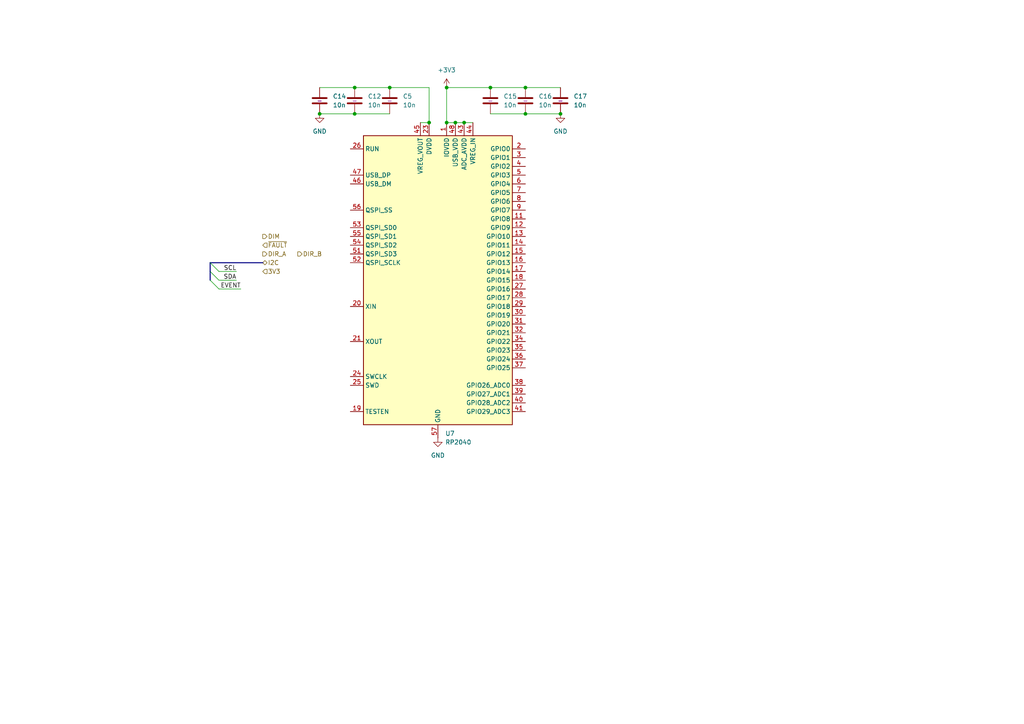
<source format=kicad_sch>
(kicad_sch (version 20250114) (generator "eeschema") (generator_version "9.0")
  (paper "A4")
  (title_block (title "Replacable LED COB Lamp") (date "2025-03-24") (rev "0") (company "WPI ECE2799 D25") (comment 1 "Raymond, Daniel") (comment 2 "Hogan, Rye") (comment 3 "Bryan, Tahje"))
  (lib_symbols
    (symbol "Device:C" (pin_numbers (hide yes)) (pin_names (offset 0.254))
      (property "Reference" "C" (at 0.635 2.54 0))
      (property "Value" "C" (at 0.635 -2.54 0))
      (symbol "C_0_1"
        (polyline (pts (xy -2.032 0.762) (xy 2.032 0.762)) (stroke (width 0.508)))
        (polyline (pts (xy -2.032 -0.762) (xy 2.032 -0.762)) (stroke (width 0.508)))
      )
      (symbol "C_1_1"
        (pin passive line (at 0 3.81 270) (length 2.794) (name "~") (number "1"))
        (pin passive line (at 0 -3.81 90) (length 2.794) (name "~") (number "2"))
      )
    )
    (symbol "MCU_RaspberryPi:RP2040"
      (property "Reference" "U" (at 17.78 45.72 0))
      (property "Value" "RP2040" (at 17.78 43.18 0))
      (symbol "RP2040_0_1"
        (rectangle (start -21.59 41.91) (end 21.59 -41.91) (stroke (width 0.254)) (fill (type background)))
      )
      (symbol "RP2040_1_1"
        (pin input line (at -25.4 38.1 0) (length 3.81) (name "RUN") (number "26"))
        (pin bidirectional line (at -25.4 30.48 0) (length 3.81) (name "USB_DP") (number "47"))
        (pin bidirectional line (at -25.4 27.94 0) (length 3.81) (name "USB_DM") (number "46"))
        (pin bidirectional line (at -25.4 20.32 0) (length 3.81) (name "QSPI_SS") (number "56"))
        (pin bidirectional line (at -25.4 15.24 0) (length 3.81) (name "QSPI_SD0") (number "53"))
        (pin bidirectional line (at -25.4 12.7 0) (length 3.81) (name "QSPI_SD1") (number "55"))
        (pin bidirectional line (at -25.4 10.16 0) (length 3.81) (name "QSPI_SD2") (number "54"))
        (pin bidirectional line (at -25.4 7.62 0) (length 3.81) (name "QSPI_SD3") (number "51"))
        (pin output line (at -25.4 5.08 0) (length 3.81) (name "QSPI_SCLK") (number "52"))
        (pin input line (at -25.4 -7.62 0) (length 3.81) (name "XIN") (number "20"))
        (pin passive line (at -25.4 -17.78 0) (length 3.81) (name "XOUT") (number "21"))
        (pin input line (at -25.4 -27.94 0) (length 3.81) (name "SWCLK") (number "24"))
        (pin bidirectional line (at -25.4 -30.48 0) (length 3.81) (name "SWD") (number "25"))
        (pin input line (at -25.4 -38.1 0) (length 3.81) (name "TESTEN") (number "19"))
        (pin power_out line (at -5.08 45.72 270) (length 3.81) (name "VREG_VOUT") (number "45"))
        (pin power_in line (at -2.54 45.72 270) (length 3.81) (name "DVDD") (number "23"))
        (pin passive line (at -2.54 45.72 270) (length 3.81) (hide yes) (name "DVDD") (number "50"))
        (pin power_in line (at 0 -45.72 90) (length 3.81) (name "GND") (number "57"))
        (pin power_in line (at 2.54 45.72 270) (length 3.81) (name "IOVDD") (number "1"))
        (pin passive line (at 2.54 45.72 270) (length 3.81) (hide yes) (name "IOVDD") (number "10"))
        (pin passive line (at 2.54 45.72 270) (length 3.81) (hide yes) (name "IOVDD") (number "22"))
        (pin passive line (at 2.54 45.72 270) (length 3.81) (hide yes) (name "IOVDD") (number "33"))
        (pin passive line (at 2.54 45.72 270) (length 3.81) (hide yes) (name "IOVDD") (number "42"))
        (pin passive line (at 2.54 45.72 270) (length 3.81) (hide yes) (name "IOVDD") (number "49"))
        (pin power_in line (at 5.08 45.72 270) (length 3.81) (name "USB_VDD") (number "48"))
        (pin power_in line (at 7.62 45.72 270) (length 3.81) (name "ADC_AVDD") (number "43"))
        (pin power_in line (at 10.16 45.72 270) (length 3.81) (name "VREG_IN") (number "44"))
        (pin bidirectional line (at 25.4 38.1 180) (length 3.81) (name "GPIO0") (number "2"))
        (pin bidirectional line (at 25.4 35.56 180) (length 3.81) (name "GPIO1") (number "3"))
        (pin bidirectional line (at 25.4 33.02 180) (length 3.81) (name "GPIO2") (number "4"))
        (pin bidirectional line (at 25.4 30.48 180) (length 3.81) (name "GPIO3") (number "5"))
        (pin bidirectional line (at 25.4 27.94 180) (length 3.81) (name "GPIO4") (number "6"))
        (pin bidirectional line (at 25.4 25.4 180) (length 3.81) (name "GPIO5") (number "7"))
        (pin bidirectional line (at 25.4 22.86 180) (length 3.81) (name "GPIO6") (number "8"))
        (pin bidirectional line (at 25.4 20.32 180) (length 3.81) (name "GPIO7") (number "9"))
        (pin bidirectional line (at 25.4 17.78 180) (length 3.81) (name "GPIO8") (number "11"))
        (pin bidirectional line (at 25.4 15.24 180) (length 3.81) (name "GPIO9") (number "12"))
        (pin bidirectional line (at 25.4 12.7 180) (length 3.81) (name "GPIO10") (number "13"))
        (pin bidirectional line (at 25.4 10.16 180) (length 3.81) (name "GPIO11") (number "14"))
        (pin bidirectional line (at 25.4 7.62 180) (length 3.81) (name "GPIO12") (number "15"))
        (pin bidirectional line (at 25.4 5.08 180) (length 3.81) (name "GPIO13") (number "16"))
        (pin bidirectional line (at 25.4 2.54 180) (length 3.81) (name "GPIO14") (number "17"))
        (pin bidirectional line (at 25.4 0 180) (length 3.81) (name "GPIO15") (number "18"))
        (pin bidirectional line (at 25.4 -2.54 180) (length 3.81) (name "GPIO16") (number "27"))
        (pin bidirectional line (at 25.4 -5.08 180) (length 3.81) (name "GPIO17") (number "28"))
        (pin bidirectional line (at 25.4 -7.62 180) (length 3.81) (name "GPIO18") (number "29"))
        (pin bidirectional line (at 25.4 -10.16 180) (length 3.81) (name "GPIO19") (number "30"))
        (pin bidirectional line (at 25.4 -12.7 180) (length 3.81) (name "GPIO20") (number "31"))
        (pin bidirectional line (at 25.4 -15.24 180) (length 3.81) (name "GPIO21") (number "32"))
        (pin bidirectional line (at 25.4 -17.78 180) (length 3.81) (name "GPIO22") (number "34"))
        (pin bidirectional line (at 25.4 -20.32 180) (length 3.81) (name "GPIO23") (number "35"))
        (pin bidirectional line (at 25.4 -22.86 180) (length 3.81) (name "GPIO24") (number "36"))
        (pin bidirectional line (at 25.4 -25.4 180) (length 3.81) (name "GPIO25") (number "37"))
        (pin bidirectional line (at 25.4 -30.48 180) (length 3.81) (name "GPIO26_ADC0") (number "38"))
        (pin bidirectional line (at 25.4 -33.02 180) (length 3.81) (name "GPIO27_ADC1") (number "39"))
        (pin bidirectional line (at 25.4 -35.56 180) (length 3.81) (name "GPIO28_ADC2") (number "40"))
        (pin bidirectional line (at 25.4 -38.1 180) (length 3.81) (name "GPIO29_ADC3") (number "41"))
      )
    )
    (symbol "power:+3V3" (power) (pin_numbers (hide yes)) (pin_names (offset 0) (hide yes))
      (property "Value" "+3V3" (at 0 3.556 0))
      (symbol "+3V3_0_1"
        (polyline (pts (xy -0.762 1.27) (xy 0 2.54)))
        (polyline (pts (xy 0 2.54) (xy 0.762 1.27)))
        (polyline (pts (xy 0 0) (xy 0 2.54)))
      )
      (symbol "+3V3_1_1"
        (pin power_in line (at 0 0 90) (length 0) (name "~") (number "1"))
      )
    )
    (symbol "power:GND" (power) (pin_numbers (hide yes)) (pin_names (offset 0) (hide yes))
      (property "Value" "GND" (at 0 -3.81 0))
      (symbol "GND_0_1"
        (polyline (pts (xy 0 0) (xy 0 -1.27) (xy 1.27 -1.27) (xy 0 -2.54) (xy -1.27 -1.27) (xy 0 -1.27)))
      )
      (symbol "GND_1_1"
        (pin power_in line (at 0 0 270) (length 0) (name "~") (number "1"))
      )
    )
  )
  (junction (at 134.62 35.56))
  (junction (at 162.56 33.02))
  (junction (at 124.46 35.56))
  (junction (at 142.24 25.4))
  (junction (at 129.54 25.4))
  (junction (at 152.4 33.02))
  (junction (at 102.87 25.4))
  (junction (at 92.71 33.02))
  (junction (at 132.08 35.56))
  (junction (at 113.03 25.4))
  (junction (at 152.4 25.4))
  (junction (at 129.54 35.56))
  (junction (at 102.87 33.02))
  (bus_entry (at 60.96 81.28) (size 2.54 2.54))
  (bus_entry (at 60.96 76.2) (size 2.54 2.54))
  (bus_entry (at 60.96 78.74) (size 2.54 2.54))
  (bus (pts (xy 60.96 78.74) (xy 60.96 81.28)))
  (wire (pts (xy 124.46 25.4) (xy 124.46 35.56)))
  (wire (pts (xy 121.92 35.56) (xy 124.46 35.56)))
  (wire (pts (xy 152.4 25.4) (xy 162.56 25.4)))
  (bus (pts (xy 60.96 76.2) (xy 60.96 78.74)))
  (wire (pts (xy 129.54 25.4) (xy 129.54 35.56)))
  (wire (pts (xy 142.24 33.02) (xy 152.4 33.02)))
  (wire (pts (xy 92.71 33.02) (xy 102.87 33.02)))
  (wire (pts (xy 102.87 33.02) (xy 113.03 33.02)))
  (wire (pts (xy 129.54 35.56) (xy 132.08 35.56)))
  (wire (pts (xy 113.03 25.4) (xy 124.46 25.4)))
  (wire (pts (xy 129.54 25.4) (xy 142.24 25.4)))
  (wire (pts (xy 134.62 35.56) (xy 137.16 35.56)))
  (wire (pts (xy 63.5 78.74) (xy 68.58 78.74)))
  (wire (pts (xy 102.87 25.4) (xy 113.03 25.4)))
  (wire (pts (xy 142.24 25.4) (xy 152.4 25.4)))
  (wire (pts (xy 92.71 25.4) (xy 102.87 25.4)))
  (wire (pts (xy 63.5 83.82) (xy 69.85 83.82)))
  (wire (pts (xy 63.5 81.28) (xy 68.58 81.28)))
  (wire (pts (xy 152.4 33.02) (xy 162.56 33.02)))
  (bus (pts (xy 60.96 76.2) (xy 76.2 76.2)))
  (wire (pts (xy 132.08 35.56) (xy 134.62 35.56)))
  (label "SCL" (at 68.58 78.74 180))
  (label "SDA" (at 68.58 81.28 180))
  (label "EVENT" (at 69.85 83.82 180))
  (hierarchical_label "I2C" (shape bidirectional) (at 76.2 76.2 0))
  (hierarchical_label "DIM" (shape output) (at 76.2 68.58 0))
  (hierarchical_label "DIR_B" (shape output) (at 86.36 73.66 0))
  (hierarchical_label "~{FAULT}" (shape input) (at 76.2 71.12 0))
  (hierarchical_label "DIR_A" (shape output) (at 76.2 73.66 0))
  (hierarchical_label "3V3" (shape input) (at 76.2 78.74 0))
  (symbol (lib_id "Device:C") (at 162.56 29.21 0) (unit 1)
    (property "Reference" "C17" (at 166.37 27.9399 0) (effects (justify left)))
    (property "Value" "10n" (at 166.37 30.4799 0) (effects (justify left)))
    (property "Footprint" "Capacitor_SMD:C_0603_1608Metric" (effects (hide yes)))
    (property "Description" "Unpolarized capacitor" (effects (hide yes)))
    (property "Part Number" "-" (at 162.56 29.21 0))
  )
  (symbol (lib_id "MCU_RaspberryPi:RP2040") (at 127 81.28 0) (unit 1)
    (property "Reference" "U7" (at 129.1433 125.73 0) (effects (justify left)))
    (property "Value" "RP2040" (at 129.1433 128.27 0) (effects (justify left)))
    (property "Footprint" "Package_DFN_QFN:QFN-56-1EP_7x7mm_P0.4mm_EP3.2x3.2mm" (effects (hide yes)))
    (property "Datasheet" "https://datasheets.raspberrypi.com/rp2040/rp2040-datasheet.pdf" (effects (hide yes)))
    (property "Description" "A microcontroller by Raspberry Pi" (effects (hide yes)))
  )
  (symbol (lib_id "Device:C") (at 102.87 29.21 0) (unit 1)
    (property "Reference" "C12" (at 106.68 27.9399 0) (effects (justify left)))
    (property "Value" "10n" (at 106.68 30.4799 0) (effects (justify left)))
    (property "Footprint" "Capacitor_SMD:C_0603_1608Metric" (effects (hide yes)))
    (property "Description" "Unpolarized capacitor" (effects (hide yes)))
    (property "Part Number" "-" (at 102.87 29.21 0))
  )
  (symbol (lib_id "Device:C") (at 142.24 29.21 0) (unit 1)
    (property "Reference" "C15" (at 146.05 27.9399 0) (effects (justify left)))
    (property "Value" "10n" (at 146.05 30.4799 0) (effects (justify left)))
    (property "Footprint" "Capacitor_SMD:C_0603_1608Metric" (effects (hide yes)))
    (property "Description" "Unpolarized capacitor" (effects (hide yes)))
    (property "Part Number" "-" (at 142.24 29.21 0))
  )
  (symbol (lib_id "Device:C") (at 113.03 29.21 0) (unit 1)
    (property "Reference" "C5" (at 116.84 27.9399 0) (effects (justify left)))
    (property "Value" "10n" (at 116.84 30.4799 0) (effects (justify left)))
    (property "Footprint" "Capacitor_SMD:C_0603_1608Metric" (effects (hide yes)))
    (property "Description" "Unpolarized capacitor" (effects (hide yes)))
    (property "Part Number" "-" (at 113.03 29.21 0))
  )
  (symbol (lib_id "power:GND") (at 162.56 33.02 0) (unit 1)
    (property "Reference" "#PWR020" (effects (hide yes)))
    (property "Value" "GND" (at 162.56 38.1 0))
    (property "Description" "Power symbol creates a global label with name \"GND\" , ground" (effects (hide yes)))
  )
  (symbol (lib_id "Device:C") (at 152.4 29.21 0) (unit 1)
    (property "Reference" "C16" (at 156.21 27.9399 0) (effects (justify left)))
    (property "Value" "10n" (at 156.21 30.4799 0) (effects (justify left)))
    (property "Footprint" "Capacitor_SMD:C_0603_1608Metric" (effects (hide yes)))
    (property "Description" "Unpolarized capacitor" (effects (hide yes)))
    (property "Part Number" "-" (at 152.4 29.21 0))
  )
  (symbol (lib_id "power:GND") (at 127 127 0) (unit 1)
    (property "Reference" "#PWR022" (effects (hide yes)))
    (property "Value" "GND" (at 127 132.08 0))
    (property "Description" "Power symbol creates a global label with name \"GND\" , ground" (effects (hide yes)))
  )
  (symbol (lib_id "Device:C") (at 92.71 29.21 0) (unit 1)
    (property "Reference" "C14" (at 96.52 27.9399 0) (effects (justify left)))
    (property "Value" "10n" (at 96.52 30.4799 0) (effects (justify left)))
    (property "Footprint" "Capacitor_SMD:C_0603_1608Metric" (effects (hide yes)))
    (property "Description" "Unpolarized capacitor" (effects (hide yes)))
    (property "Part Number" "-" (at 92.71 29.21 0))
  )
  (symbol (lib_id "power:+3V3") (at 129.54 25.4 0) (unit 1)
    (property "Reference" "#PWR019" (effects (hide yes)))
    (property "Value" "+3V3" (at 129.54 20.32 0))
    (property "Description" "Power symbol creates a global label with name \"+3V3\"" (effects (hide yes)))
  )
  (symbol (lib_id "power:GND") (at 92.71 33.02 0) (unit 1)
    (property "Reference" "#PWR021" (effects (hide yes)))
    (property "Value" "GND" (at 92.71 38.1 0))
    (property "Description" "Power symbol creates a global label with name \"GND\" , ground" (effects (hide yes)))
  )
)
</source>
